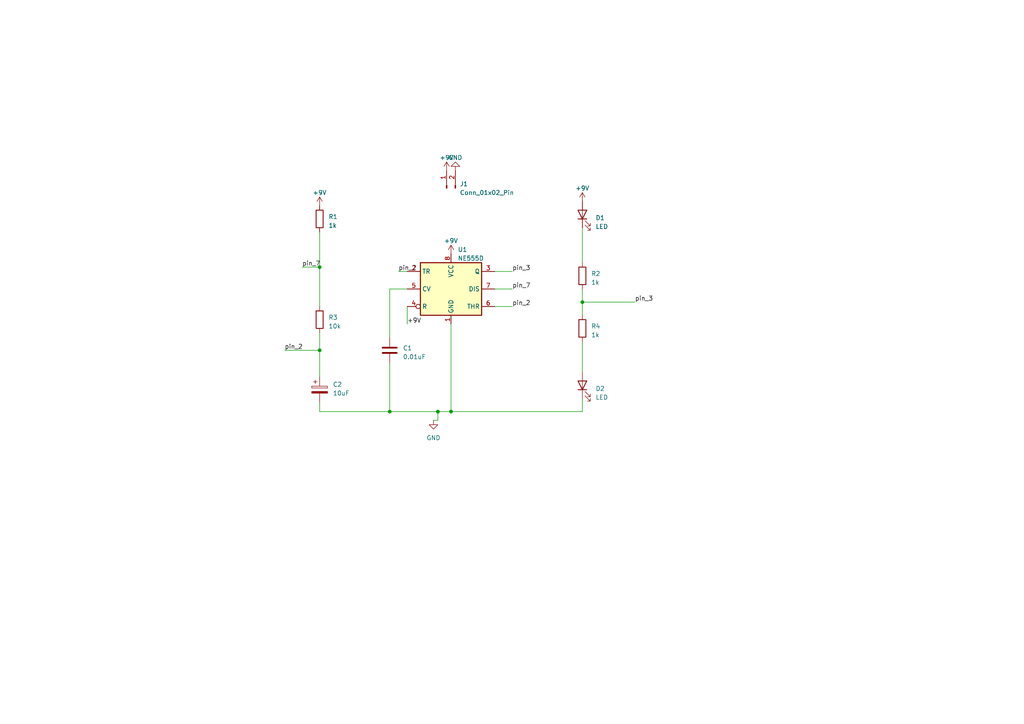
<source format=kicad_sch>
(kicad_sch (version 20230121) (generator eeschema)
  (paper "A4")
  (lib_symbols
    (symbol "Connector:Conn_01x02_Pin" (pin_names (offset 1.016) hide)
      (property "Reference" "J" (at 0 2.54 0))
      (property "Value" "Conn_01x02_Pin" (at 0 -5.08 0))
      (symbol "Conn_01x02_Pin_1_1"
        (polyline (pts (xy 1.27 -2.54) (xy 0.8636 -2.54)) (stroke (width 0.1524)))
        (polyline (pts (xy 1.27 0) (xy 0.8636 0)) (stroke (width 0.1524)))
        (rectangle (start 0.8636 -2.413) (end 0 -2.667) (stroke (width 0.1524)) (fill (type outline)))
        (rectangle (start 0.8636 0.127) (end 0 -0.127) (stroke (width 0.1524)) (fill (type outline)))
        (pin passive line (at 5.08 0 180) (length 3.81) (name "Pin_1") (number "1"))
        (pin passive line (at 5.08 -2.54 180) (length 3.81) (name "Pin_2") (number "2"))
      )
    )
    (symbol "Device:C" (pin_numbers hide) (pin_names (offset 0.254))
      (property "Reference" "C" (at 0.635 2.54 0))
      (property "Value" "C" (at 0.635 -2.54 0))
      (symbol "C_0_1"
        (polyline (pts (xy -2.032 -0.762) (xy 2.032 -0.762)) (stroke (width 0.508)))
        (polyline (pts (xy -2.032 0.762) (xy 2.032 0.762)) (stroke (width 0.508)))
      )
      (symbol "C_1_1"
        (pin passive line (at 0 3.81 270) (length 2.794) (name "~") (number "1"))
        (pin passive line (at 0 -3.81 90) (length 2.794) (name "~") (number "2"))
      )
    )
    (symbol "Device:C_Polarized" (pin_numbers hide) (pin_names (offset 0.254))
      (property "Reference" "C" (at 0.635 2.54 0))
      (property "Value" "C_Polarized" (at 0.635 -2.54 0))
      (symbol "C_Polarized_0_1"
        (rectangle (start -2.286 0.508) (end 2.286 1.016))
        (polyline (pts (xy -1.778 2.286) (xy -0.762 2.286)))
        (polyline (pts (xy -1.27 2.794) (xy -1.27 1.778)))
        (rectangle (start 2.286 -0.508) (end -2.286 -1.016) (fill (type outline)))
      )
      (symbol "C_Polarized_1_1"
        (pin passive line (at 0 3.81 270) (length 2.794) (name "~") (number "1"))
        (pin passive line (at 0 -3.81 90) (length 2.794) (name "~") (number "2"))
      )
    )
    (symbol "Device:LED" (pin_numbers hide) (pin_names (offset 1.016) hide)
      (property "Reference" "D" (at 0 2.54 0))
      (property "Value" "LED" (at 0 -2.54 0))
      (symbol "LED_0_1"
        (polyline (pts (xy -1.27 -1.27) (xy -1.27 1.27)) (stroke (width 0.254)))
        (polyline (pts (xy -1.27 0) (xy 1.27 0)))
        (polyline (pts (xy 1.27 -1.27) (xy 1.27 1.27) (xy -1.27 0) (xy 1.27 -1.27)) (stroke (width 0.254)))
        (polyline (pts (xy -3.048 -0.762) (xy -4.572 -2.286) (xy -3.81 -2.286) (xy -4.572 -2.286) (xy -4.572 -1.524)))
        (polyline (pts (xy -1.778 -0.762) (xy -3.302 -2.286) (xy -2.54 -2.286) (xy -3.302 -2.286) (xy -3.302 -1.524)))
      )
      (symbol "LED_1_1"
        (pin passive line (at -3.81 0 0) (length 2.54) (name "K") (number "1"))
        (pin passive line (at 3.81 0 180) (length 2.54) (name "A") (number "2"))
      )
    )
    (symbol "Device:R" (pin_numbers hide) (pin_names (offset 0))
      (property "Reference" "R" (at 2.032 0 90))
      (property "Value" "R" (at 0 0 90))
      (symbol "R_0_1"
        (rectangle (start -1.016 -2.54) (end 1.016 2.54) (stroke (width 0.254)))
      )
      (symbol "R_1_1"
        (pin passive line (at 0 3.81 270) (length 1.27) (name "~") (number "1"))
        (pin passive line (at 0 -3.81 90) (length 1.27) (name "~") (number "2"))
      )
    )
    (symbol "Timer:NE555D"
      (property "Reference" "U" (at -10.16 8.89 0))
      (property "Value" "NE555D" (at 2.54 8.89 0))
      (symbol "NE555D_0_0"
        (pin power_in line (at 0 -10.16 90) (length 2.54) (name "GND") (number "1"))
        (pin power_in line (at 0 10.16 270) (length 2.54) (name "VCC") (number "8"))
      )
      (symbol "NE555D_0_1"
        (rectangle (start -8.89 -7.62) (end 8.89 7.62) (stroke (width 0.254)) (fill (type background)))
        (rectangle (start -8.89 -7.62) (end 8.89 7.62) (stroke (width 0.254)) (fill (type background)))
      )
      (symbol "NE555D_1_1"
        (pin input line (at -12.7 5.08 0) (length 3.81) (name "TR") (number "2"))
        (pin output line (at 12.7 5.08 180) (length 3.81) (name "Q") (number "3"))
        (pin input inverted (at -12.7 -5.08 0) (length 3.81) (name "R") (number "4"))
        (pin input line (at -12.7 0 0) (length 3.81) (name "CV") (number "5"))
        (pin input line (at 12.7 -5.08 180) (length 3.81) (name "THR") (number "6"))
        (pin input line (at 12.7 0 180) (length 3.81) (name "DIS") (number "7"))
      )
    )
    (symbol "power:+9V" (power) (pin_names (offset 0))
      (property "Value" "+9V" (at 0 3.556 0))
      (symbol "+9V_0_1"
        (polyline (pts (xy -0.762 1.27) (xy 0 2.54)))
        (polyline (pts (xy 0 0) (xy 0 2.54)))
        (polyline (pts (xy 0 2.54) (xy 0.762 1.27)))
      )
      (symbol "+9V_1_1"
        (pin power_in line (at 0 0 90) (length 0) hide (name "+9V") (number "1"))
      )
    )
    (symbol "power:GND" (power) (pin_names (offset 0))
      (property "Value" "GND" (at 0 -3.81 0))
      (symbol "GND_0_1"
        (polyline (pts (xy 0 0) (xy 0 -1.27) (xy 1.27 -1.27) (xy 0 -2.54) (xy -1.27 -1.27) (xy 0 -1.27)))
      )
      (symbol "GND_1_1"
        (pin power_in line (at 0 0 270) (length 0) hide (name "GND") (number "1"))
      )
    )
  )
  (junction (at 92.71 77.47))
  (junction (at 113.03 119.38))
  (junction (at 130.81 119.38))
  (junction (at 92.71 101.6))
  (junction (at 127 119.38))
  (junction (at 168.91 87.63))
  (wire (pts (xy 92.71 119.38) (xy 113.03 119.38)))
  (wire (pts (xy 130.81 93.98) (xy 130.81 119.38)))
  (wire (pts (xy 168.91 87.63) (xy 168.91 91.44)))
  (wire (pts (xy 143.51 88.9) (xy 148.59 88.9)))
  (wire (pts (xy 125.73 121.92) (xy 127 121.92)))
  (wire (pts (xy 92.71 96.52) (xy 92.71 101.6)))
  (wire (pts (xy 82.55 101.6) (xy 92.71 101.6)))
  (wire (pts (xy 113.03 105.41) (xy 113.03 119.38)))
  (wire (pts (xy 143.51 83.82) (xy 148.59 83.82)))
  (wire (pts (xy 87.63 77.47) (xy 92.71 77.47)))
  (wire (pts (xy 113.03 119.38) (xy 127 119.38)))
  (wire (pts (xy 127 119.38) (xy 130.81 119.38)))
  (wire (pts (xy 168.91 99.06) (xy 168.91 107.95)))
  (wire (pts (xy 168.91 115.57) (xy 168.91 119.38)))
  (wire (pts (xy 130.81 119.38) (xy 168.91 119.38)))
  (wire (pts (xy 113.03 83.82) (xy 118.11 83.82)))
  (wire (pts (xy 127 119.38) (xy 127 121.92)))
  (wire (pts (xy 168.91 83.82) (xy 168.91 87.63)))
  (wire (pts (xy 115.57 78.74) (xy 118.11 78.74)))
  (wire (pts (xy 113.03 97.79) (xy 113.03 83.82)))
  (wire (pts (xy 92.71 101.6) (xy 92.71 109.22)))
  (wire (pts (xy 168.91 66.04) (xy 168.91 76.2)))
  (wire (pts (xy 92.71 67.31) (xy 92.71 77.47)))
  (wire (pts (xy 118.11 88.9) (xy 118.11 93.98)))
  (wire (pts (xy 92.71 77.47) (xy 92.71 88.9)))
  (wire (pts (xy 143.51 78.74) (xy 148.59 78.74)))
  (wire (pts (xy 168.91 87.63) (xy 184.15 87.63)))
  (wire (pts (xy 92.71 119.38) (xy 92.71 116.84)))
  (label "+9V" (at 118.11 93.98 0))
  (label "pin_7" (at 87.63 77.47 0))
  (label "pin_3" (at 184.15 87.63 0))
  (label "pin_2" (at 115.57 78.74 0))
  (label "pin_2" (at 148.59 88.9 0))
  (label "pin_3" (at 148.59 78.74 0))
  (label "pin_7" (at 148.59 83.82 0))
  (label "pin_2" (at 82.55 101.6 0))
  (symbol (lib_id "Device:C") (at 113.03 101.6 0) (unit 1)
    (property "Reference" "C1" (at 116.84 100.965 0) (effects (justify left)))
    (property "Value" "0.01uF" (at 116.84 103.505 0) (effects (justify left)))
    (property "Footprint" "Capacitor_SMD:C_0805_2012Metric_Pad1.18x1.45mm_HandSolder" (effects hide))
  )
  (symbol (lib_id "power:GND") (at 132.08 49.53 180) (unit 1)
    (property "Reference" "#PWR02" (effects hide))
    (property "Value" "GND" (at 132.08 45.72 0))
  )
  (symbol (lib_id "Timer:NE555D") (at 130.81 83.82 0) (unit 1)
    (property "Reference" "U1" (at 132.7659 72.39 0) (effects (justify left)))
    (property "Value" "NE555D" (at 132.7659 74.93 0) (effects (justify left)))
    (property "Footprint" "Package_SO:SOIC-8-1EP_3.9x4.9mm_P1.27mm_EP2.29x3mm" (effects hide))
    (property "Datasheet" "http://www.ti.com/lit/ds/symlink/ne555.pdf" (effects hide))
  )
  (symbol (lib_id "power:+9V") (at 130.81 73.66 0) (unit 1)
    (property "Reference" "#PWR05" (effects hide))
    (property "Value" "+9V" (at 130.81 69.85 0))
  )
  (symbol (lib_id "Device:R") (at 168.91 80.01 0) (unit 1)
    (property "Reference" "R2" (at 171.45 79.375 0) (effects (justify left)))
    (property "Value" "1k" (at 171.45 81.915 0) (effects (justify left)))
    (property "Footprint" "Resistor_SMD:R_0805_2012Metric_Pad1.20x1.40mm_HandSolder" (effects hide))
  )
  (symbol (lib_id "Device:C_Polarized") (at 92.71 113.03 0) (unit 1)
    (property "Reference" "C2" (at 96.52 111.506 0) (effects (justify left)))
    (property "Value" "10uF" (at 96.52 114.046 0) (effects (justify left)))
    (property "Footprint" "Capacitor_Tantalum_SMD:CP_EIA-3216-18_Kemet-A_Pad1.58x1.35mm_HandSolder" (effects hide))
  )
  (symbol (lib_id "power:+9V") (at 168.91 58.42 0) (unit 1)
    (property "Reference" "#PWR03" (effects hide))
    (property "Value" "+9V" (at 168.91 54.61 0))
  )
  (symbol (lib_id "Device:LED") (at 168.91 62.23 90) (unit 1)
    (property "Reference" "D1" (at 172.72 63.1825 90) (effects (justify right)))
    (property "Value" "LED" (at 172.72 65.7225 90) (effects (justify right)))
    (property "Footprint" "LED_SMD:LED_1206_3216Metric_Pad1.42x1.75mm_HandSolder" (effects hide))
  )
  (symbol (lib_id "Device:LED") (at 168.91 111.76 90) (unit 1)
    (property "Reference" "D2" (at 172.72 112.7125 90) (effects (justify right)))
    (property "Value" "LED" (at 172.72 115.2525 90) (effects (justify right)))
    (property "Footprint" "LED_SMD:LED_1206_3216Metric_Pad1.42x1.75mm_HandSolder" (effects hide))
  )
  (symbol (lib_id "Device:R") (at 92.71 63.5 0) (unit 1)
    (property "Reference" "R1" (at 95.25 62.865 0) (effects (justify left)))
    (property "Value" "1k" (at 95.25 65.405 0) (effects (justify left)))
    (property "Footprint" "Resistor_SMD:R_0805_2012Metric_Pad1.20x1.40mm_HandSolder" (effects hide))
  )
  (symbol (lib_id "power:+9V") (at 129.54 49.53 0) (unit 1)
    (property "Reference" "#PWR01" (effects hide))
    (property "Value" "+9V" (at 129.54 45.72 0))
  )
  (symbol (lib_id "power:+9V") (at 92.71 59.69 0) (unit 1)
    (property "Reference" "#PWR04" (effects hide))
    (property "Value" "+9V" (at 92.71 55.88 0))
  )
  (symbol (lib_id "Connector:Conn_01x02_Pin") (at 129.54 54.61 90) (unit 1)
    (property "Reference" "J1" (at 133.35 53.34 90) (effects (justify right)))
    (property "Value" "Conn_01x02_Pin" (at 133.35 55.88 90) (effects (justify right)))
    (property "Footprint" "Connector_JST:JST_EH_S2B-EH_1x02_P2.50mm_Horizontal" (effects hide))
  )
  (symbol (lib_id "Device:R") (at 168.91 95.25 0) (unit 1)
    (property "Reference" "R4" (at 171.45 94.615 0) (effects (justify left)))
    (property "Value" "1k" (at 171.45 97.155 0) (effects (justify left)))
    (property "Footprint" "Resistor_SMD:R_0805_2012Metric_Pad1.20x1.40mm_HandSolder" (effects hide))
  )
  (symbol (lib_id "Device:R") (at 92.71 92.71 0) (unit 1)
    (property "Reference" "R3" (at 95.25 92.075 0) (effects (justify left)))
    (property "Value" "10k" (at 95.25 94.615 0) (effects (justify left)))
    (property "Footprint" "Resistor_SMD:R_0805_2012Metric_Pad1.20x1.40mm_HandSolder" (effects hide))
  )
  (symbol (lib_id "power:GND") (at 125.73 121.92 0) (unit 1)
    (property "Reference" "#PWR06" (effects hide))
    (property "Value" "GND" (at 125.73 127 0))
  )
)
</source>
